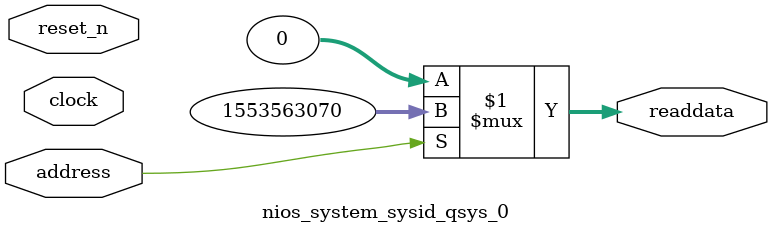
<source format=v>



// synthesis translate_off
`timescale 1ns / 1ps
// synthesis translate_on

// turn off superfluous verilog processor warnings 
// altera message_level Level1 
// altera message_off 10034 10035 10036 10037 10230 10240 10030 

module nios_system_sysid_qsys_0 (
               // inputs:
                address,
                clock,
                reset_n,

               // outputs:
                readdata
             )
;

  output  [ 31: 0] readdata;
  input            address;
  input            clock;
  input            reset_n;

  wire    [ 31: 0] readdata;
  //control_slave, which is an e_avalon_slave
  assign readdata = address ? 1553563070 : 0;

endmodule



</source>
